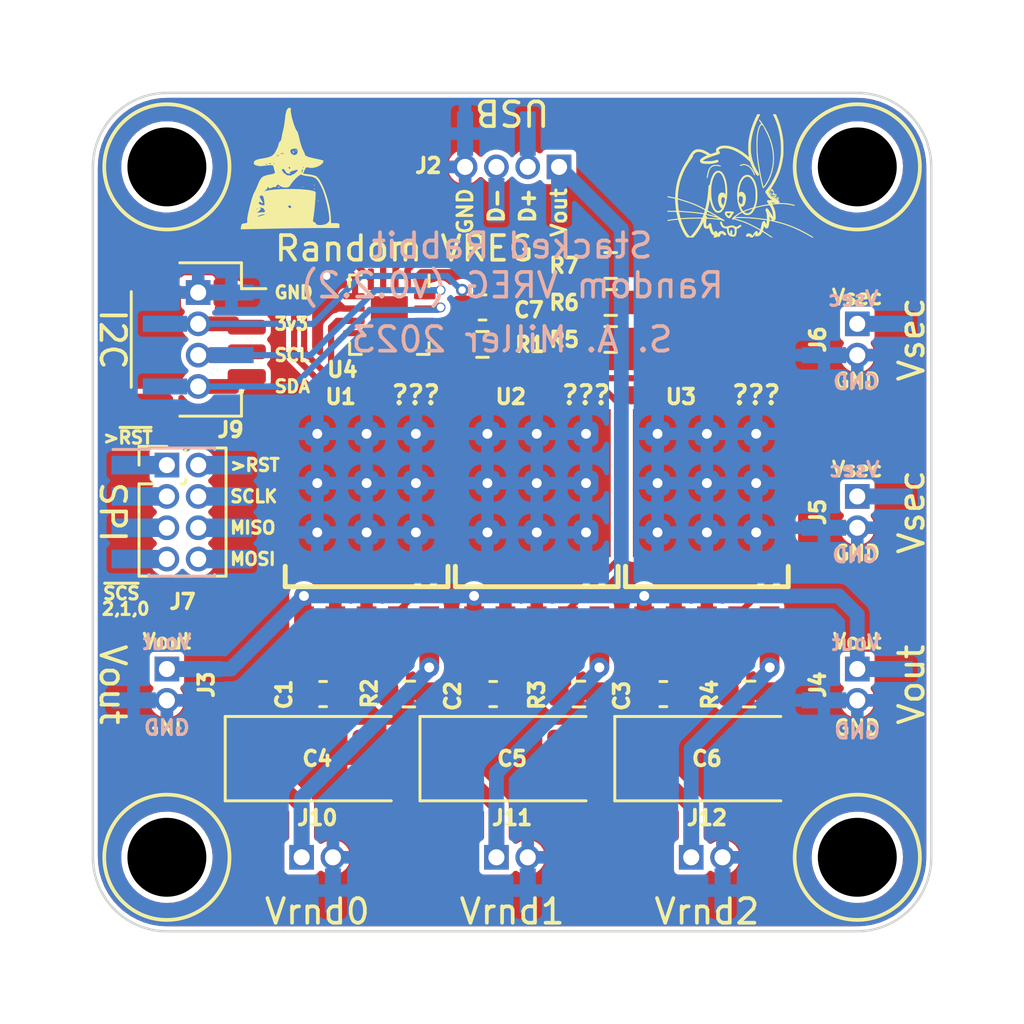
<source format=kicad_pcb>
(kicad_pcb (version 20211014) (generator pcbnew)
  (title_block (title "Random VREG") (rev "0.2.2") (company "The Nerd Mage"))
  (layers (0 "F.Cu" signal) (31 "B.Cu" signal) (34 "B.Paste" user) (35 "F.Paste" user) (36 "B.SilkS" user "B.Silkscreen") (37 "F.SilkS" user "F.Silkscreen") (38 "B.Mask" user) (39 "F.Mask" user) (44 "Edge.Cuts" user))
  (net 0 "")
  (net 1 "UD+")
  (net 2 "UD-")
  (net 3 "GND")
  (net 4 "Vout")
  (net 5 "SDA")
  (net 6 "SCL")
  (net 7 "RESET")
  (net 8 "~{RESET}")
  (net 9 "~{SCS}2")
  (net 10 "SCLK")
  (net 11 "~{SCS}1")
  (net 12 "MISO")
  (net 13 "Vcc?")
  (net 14 "~{SCS}0")
  (net 15 "MOSI")
  (net 16 "/Vrnd0")
  (net 17 "/Vrnd1")
  (net 18 "/Vrnd2")
  (net 21 "Net-(R1-Pad2)")
  (net 22 "A0")
  (net 23 "A1")
  (net 24 "A2")
  (net 27 "CE0")
  (net 28 "CE1")
  (net 29 "CE2")
  (footprint "Tinker:Mount" (layer "F.Cu") (at 114 114)
    (fp_text reference "REF**" hide)
    (fp_text value "Mount" hide)
    (pad "" np_thru_hole circle (at 0 0) (size 3.2 3.2) (drill 3.2) (layers *.Mask))
  )
  (footprint "Package_DFN_QFN:HVQFN-16-1EP_3x3mm_P0.5mm_EP1.5x1.5mm" (layer "F.Cu") (at 95.021966 91.994961 -90)
    (fp_text reference "U4" (at 2.228877 1.903528 180) (layer "F.SilkS") (effects (font (size 0.6 0.6))))
    (fp_text value "PCA9557BS")
    (pad "1" smd roundrect (at -1.4375 -0.75 270) (size 0.875 0.25) (layers "F.Cu" "F.Paste" "F.Mask") (net 22 "A0"))
    (pad "2" smd roundrect (at -1.4375 -0.25 270) (size 0.875 0.25) (layers "F.Cu" "F.Paste" "F.Mask") (net 23 "A1"))
    (pad "3" smd roundrect (at -1.4375 0.25 270) (size 0.875 0.25) (layers "F.Cu" "F.Paste" "F.Mask") (net 24 "A2"))
    (pad "4" smd roundrect (at -1.4375 0.75 270) (size 0.875 0.25) (layers "F.Cu" "F.Paste" "F.Mask") (net 27 "CE0"))
    (pad "5" smd roundrect (at -0.75 1.4375 270) (size 0.25 0.875) (layers "F.Cu" "F.Paste" "F.Mask") (net 28 "CE1"))
    (pad "6" smd roundrect (at -0.25 1.4375 270) (size 0.25 0.875) (layers "F.Cu" "F.Paste" "F.Mask") (net 3 "GND"))
    (pad "7" smd roundrect (at 0.25 1.4375 270) (size 0.25 0.875) (layers "F.Cu" "F.Paste" "F.Mask") (net 29 "CE2"))
    (pad "8" smd roundrect (at 0.75 1.4375 270) (size 0.25 0.875) (layers "F.Cu" "F.Paste" "F.Mask"))
    (pad "9" smd roundrect (at 1.4375 0.75 270) (size 0.875 0.25) (layers "F.Cu" "F.Paste" "F.Mask"))
    (pad "10" smd roundrect (at 1.4375 0.25 270) (size 0.875 0.25) (layers "F.Cu" "F.Paste" "F.Mask"))
    (pad "11" smd roundrect (at 1.4375 -0.25 270) (size 0.875 0.25) (layers "F.Cu" "F.Paste" "F.Mask"))
    (pad "12" smd roundrect (at 1.4375 -0.75 270) (size 0.875 0.25) (layers "F.Cu" "F.Paste" "F.Mask"))
    (pad "13" smd roundrect (at 0.75 -1.4375 270) (size 0.25 0.875) (layers "F.Cu" "F.Paste" "F.Mask") (net 21 "Net-(R1-Pad2)"))
    (pad "14" smd roundrect (at 0.25 -1.4375 270) (size 0.25 0.875) (layers "F.Cu" "F.Paste" "F.Mask") (net 13 "Vcc?"))
    (pad "15" smd roundrect (at -0.25 -1.4375 270) (size 0.25 0.875) (layers "F.Cu" "F.Paste" "F.Mask") (net 6 "SCL"))
    (pad "16" smd roundrect (at -0.75 -1.4375 270) (size 0.25 0.875) (layers "F.Cu" "F.Paste" "F.Mask") (net 5 "SDA"))
    (pad "17" smd rect (at 0 0 270) (size 1.5 1.5) (layers "F.Cu" "F.Mask"))
  )
  (footprint "Tinker:QWIIC_Stack_II" (layer "F.Cu") (at 87.27 93 -90)
    (fp_text reference "J9" (at 3.66372 -1.31156 180) (layer "F.SilkS") (effects (font (size 0.6 0.6))))
    (fp_text value "QWIIC_Stackable")
    (pad "1" smd rect (at -1.905 -1.35) (size 1.8 0.65) (layers "B.Cu" "B.Paste" "B.Mask") (net 3 "GND"))
    (pad "1" smd roundrect (at -1.5 -1.97 270) (size 0.6 1.55) (layers "F.Cu" "F.Paste" "F.Mask") (net 3 "GND"))
    (pad "1" thru_hole rect (at -1.905 0) (size 1 1) (drill 0.65) (layers *.Cu *.Mask) (net 3 "GND"))
    (pad "1" smd roundrect (at -1.905 -0.877656 270) (size 0.6 1.55) (layers "F.Cu" "F.Paste" "F.Mask") (net 3 "GND"))
    (pad "2" smd roundrect (at -0.5 -1.97 270) (size 0.6 1.55) (layers "F.Cu" "F.Paste" "F.Mask") (net 13 "Vcc?"))
    (pad "2" smd rect (at -0.635 1.35) (size 1.8 0.65) (layers "B.Cu" "B.Paste" "B.Mask") (net 13 "Vcc?"))
    (pad "2" thru_hole oval (at -0.635 0) (size 1 1) (drill 0.65) (layers *.Cu *.Mask) (net 13 "Vcc?"))
    (pad "2" smd roundrect (at -0.635 -0.877656 270) (size 0.6 1.55) (layers "F.Cu" "F.Paste" "F.Mask") (net 13 "Vcc?"))
    (pad "3" smd rect (at 0.635 -1.35) (size 1.8 0.65) (layers "B.Cu" "B.Paste" "B.Mask") (net 5 "SDA"))
    (pad "3" smd roundrect (at 0.5 -1.97 270) (size 0.6 1.55) (layers "F.Cu" "F.Paste" "F.Mask") (net 5 "SDA"))
    (pad "3" thru_hole oval (at 0.635 0) (size 1 1) (drill 0.65) (layers *.Cu *.Mask) (net 5 "SDA"))
    (pad "3" smd roundrect (at 0.635 -0.877656 270) (size 0.6 1.55) (layers "F.Cu" "F.Paste" "F.Mask") (net 5 "SDA"))
    (pad "4" smd rect (at 1.905 1.35) (size 1.8 0.65) (layers "B.Cu" "B.Paste" "B.Mask") (net 6 "SCL"))
    (pad "4" thru_hole oval (at 1.905 0) (size 1 1) (drill 0.65) (layers *.Cu *.Mask) (net 6 "SCL"))
    (pad "4" smd roundrect (at 1.5 -1.97 270) (size 0.6 1.55) (layers "F.Cu" "F.Paste" "F.Mask") (net 6 "SCL"))
    (pad "4" smd roundrect (at 1.905 -0.877656 270) (size 0.6 1.55) (layers "F.Cu" "F.Paste" "F.Mask") (net 6 "SCL"))
    (pad "MP" smd roundrect (at -2.8 1.905 270) (size 1.2 1.8) (layers "F.Cu" "F.Paste" "F.Mask") (roundrect_rratio 0.208333) (net 3 "GND"))
    (pad "MP" smd roundrect (at 2.8 1.905 270) (size 1.2 1.8) (layers "F.Cu" "F.Paste" "F.Mask") (roundrect_rratio 0.208333) (net 3 "GND"))
  )
  (footprint "Tinker:PinHeader_2x04_P1.27mm_Vertical" (layer "F.Cu") (at 86 98.095)
    (fp_text reference "J7" (at 0.635 5.537712 180) (layer "F.SilkS") (effects (font (size 0.6 0.6))))
    (fp_text value "Conn_01x08_Male" hide)
    (pad "1" smd rect (at -1.195 0) (size 2.1 0.75) (layers "B.Cu" "B.Paste" "B.Mask") (net 8 "~{RESET}"))
    (pad "1" thru_hole rect (at 0 0) (size 1 1) (drill 0.65) (layers *.Cu *.Mask) (net 8 "~{RESET}"))
    (pad "2" smd rect (at 2.405 0) (size 2.1 0.75) (layers "B.Cu" "B.Paste" "B.Mask") (net 7 "RESET"))
    (pad "2" thru_hole oval (at 1.27 0) (size 1 1) (drill 0.65) (layers *.Cu *.Mask) (net 7 "RESET"))
    (pad "3" smd rect (at -1.195 1.27) (size 2.1 0.75) (layers "B.Cu" "B.Paste" "B.Mask") (net 9 "~{SCS}2"))
    (pad "3" thru_hole oval (at 0 1.27) (size 1 1) (drill 0.65) (layers *.Cu *.Mask) (net 9 "~{SCS}2"))
    (pad "4" thru_hole oval (at 1.27 1.27) (size 1 1) (drill 0.65) (layers *.Cu *.Mask) (net 10 "SCLK"))
    (pad "4" smd rect (at 2.405 1.27) (size 2.1 0.75) (layers "B.Cu" "B.Paste" "B.Mask") (net 10 "SCLK"))
    (pad "5" thru_hole oval (at 0 2.54) (size 1 1) (drill 0.65) (layers *.Cu *.Mask) (net 11 "~{SCS}1"))
    (pad "5" smd rect (at -1.195 2.54) (size 2.1 0.75) (layers "B.Cu" "B.Paste" "B.Mask") (net 11 "~{SCS}1"))
    (pad "6" smd rect (at 2.405 2.54) (size 2.1 0.75) (layers "B.Cu" "B.Paste" "B.Mask") (net 12 "MISO"))
    (pad "6" thru_hole oval (at 1.27 2.54) (size 1 1) (drill 0.65) (layers *.Cu *.Mask) (net 12 "MISO"))
    (pad "7" smd rect (at -1.195 3.81) (size 2.1 0.75) (layers "B.Cu" "B.Paste" "B.Mask") (net 14 "~{SCS}0"))
    (pad "7" thru_hole oval (at 0 3.81) (size 1 1) (drill 0.65) (layers *.Cu *.Mask) (net 14 "~{SCS}0"))
    (pad "8" thru_hole oval (at 1.27 3.81) (size 1 1) (drill 0.65) (layers *.Cu *.Mask) (net 15 "MOSI"))
    (pad "8" smd rect (at 2.405 3.81) (size 2.1 0.75) (layers "B.Cu" "B.Paste" "B.Mask") (net 15 "MOSI"))
  )
  (footprint "Tinker:Mount" (layer "F.Cu") (at 86 114)
    (fp_text reference "REF**" hide)
    (fp_text value "Mount" hide)
    (pad "" np_thru_hole circle (at 0 0) (size 3.2 3.2) (drill 3.2) (layers *.Mask))
  )
  (footprint "Tinker:DagNabbit" (layer "F.Cu") (at 109 87)
    (fp_text reference "REF**" hide)
    (fp_text value "DagNabbit" hide)
  )
  (footprint "Tinker:R1501J033BT1JE" (layer "F.Cu") (at 101 101)
    (fp_text reference "U2" (at -1.052896 -5.677355) (layer "F.SilkS") (effects (font (size 0.6 0.6))))
    (fp_text value "R1501J033B-T1-JE" hide)
    (pad "1" smd rect (at -2.54 4.075) (size 0.8 2.5) (layers "F.Cu" "F.Paste" "F.Mask") (net 4 "Vout"))
    (pad "2" smd rect (at -1.27 4.075) (size 0.8 2.5) (layers "F.Cu" "F.Paste" "F.Mask") (net 3 "GND"))
    (pad "3" smd rect (at 0 4.075) (size 0.8 2.5) (layers "F.Cu" "F.Paste" "F.Mask") (net 3 "GND"))
    (pad "4" smd rect (at 1.27 4.075) (size 0.8 2.5) (layers "F.Cu" "F.Paste" "F.Mask") (net 28 "CE1"))
    (pad "5" smd rect (at 2.54 4.075) (size 0.8 2.5) (layers "F.Cu" "F.Paste" "F.Mask") (net 17 "/Vrnd1"))
    (pad "6" thru_hole roundrect (at 2 -2.175) (size 1 1) (drill 0.4) (layers *.Cu) (net 3 "GND"))
    (pad "6" thru_hole roundrect (at 2 -4.175) (size 1 1) (drill 0.4) (layers *.Cu) (net 3 "GND"))
    (pad "6" thru_hole roundrect (at 2 -0.175) (size 1 1) (drill 0.4) (layers *.Cu) (net 3 "GND"))
    (pad "6" thru_hole roundrect (at -2 -0.175) (size 1 1) (drill 0.4) (layers *.Cu) (net 3 "GND"))
    (pad "6" thru_hole roundrect (at -2 -2.175) (size 1 1) (drill 0.4) (layers *.Cu) (net 3 "GND"))
    (pad "6" thru_hole roundrect (at 0 -4.175) (size 1 1) (drill 0.4) (layers *.Cu) (net 3 "GND"))
    (pad "6" smd rect (at 0 -2.175) (size 6 6) (layers "F.Cu" "F.Paste" "F.Mask") (net 3 "GND"))
    (pad "6" thru_hole roundrect (at 0 -2.175) (size 1 1) (drill 0.4) (layers *.Cu) (net 3 "GND"))
    (pad "6" thru_hole roundrect (at 0 -0.175) (size 1 1) (drill 0.4) (layers *.Cu) (net 3 "GND"))
    (pad "6" thru_hole roundrect (at -2 -4.175) (size 1 1) (drill 0.4) (layers *.Cu) (net 3 "GND"))
  )
  (footprint "Tinker:CP_EIA-6032-28-Tantalumm_HandSolder" (layer "F.Cu") (at 100 110)
    (fp_text reference "C5" (at 0 0) (layer "F.SilkS") (effects (font (size 0.6 0.6))))
    (fp_text value "22uf" hide)
    (pad "1" smd roundrect (at -2.55 0) (size 2.25 2.35) (layers "F.Cu" "F.Paste" "F.Mask") (roundrect_rratio 0.111111) (net 17 "/Vrnd1"))
    (pad "2" smd roundrect (at 2.55 0) (size 2.25 2.35) (layers "F.Cu" "F.Paste" "F.Mask") (roundrect_rratio 0.111111) (net 3 "GND"))
  )
  (footprint "Tinker:Board_Stacker_2" (layer "F.Cu") (at 114 106.365)
    (fp_text reference "J4" (at -1.6 0.635 90) (layer "F.SilkS") (effects (font (size 0.6 0.6))))
    (fp_text value "Conn_01x02_Male")
    (pad "1" thru_hole rect (at 0 0) (size 1 1) (drill 0.65) (layers *.Cu *.Mask) (net 4 "Vout"))
    (pad "1" smd rect (at 1.35 0) (size 1.8 0.65) (layers "B.Cu" "B.Paste" "B.Mask") (net 4 "Vout"))
    (pad "2" thru_hole oval (at 0 1.27) (size 1 1) (drill 0.65) (layers *.Cu *.Mask) (net 3 "GND"))
    (pad "2" smd rect (at -1.35 1.27) (size 1.8 0.65) (layers "B.Cu" "B.Paste" "B.Mask") (net 3 "GND"))
  )
  (footprint "Resistor_SMD:R_0603_1608Metric" (layer "F.Cu") (at 102.715 107.379843)
    (fp_text reference "R3" (at -1.710251 0.035784 90) (layer "F.SilkS") (effects (font (size 0.6 0.6))))
    (fp_text value "10K")
    (pad "1" smd roundrect (at -0.825 0) (size 0.8 0.95) (layers "F.Cu" "F.Paste" "F.Mask") (net 28 "CE1"))
    (pad "2" smd roundrect (at 0.825 0) (size 0.8 0.95) (layers "F.Cu" "F.Paste" "F.Mask") (net 3 "GND"))
  )
  (footprint "Tinker:Mount" (layer "F.Cu") (at 114 86)
    (fp_text reference "REF**" hide)
    (fp_text value "Mount" hide)
    (pad "" np_thru_hole circle (at 0 0) (size 3.2 3.2) (drill 3.2) (layers *.Mask))
  )
  (footprint "Tinker:Board_Stacker_4" (layer "F.Cu") (at 101.905 86 -90)
    (fp_text reference "J2" (at -0.04973 5.299343) (layer "F.SilkS") (effects (font (size 0.6 0.6))))
    (fp_text value "Conn_01x04_Male")
    (pad "1" smd rect (at 1.35 0 270) (size 1.8 0.65) (layers "B.Cu" "B.Paste" "B.Mask") (net 4 "Vout"))
    (pad "1" thru_hole rect (at 0 0 270) (size 1 1) (drill 0.65) (layers *.Cu *.Mask) (net 4 "Vout"))
    (pad "2" thru_hole oval (at 0 1.27 270) (size 1 1) (drill 0.65) (layers *.Cu *.Mask) (net 1 "UD+"))
    (pad "2" smd rect (at -1.35 1.27 270) (size 1.8 0.65) (layers "B.Cu" "B.Paste" "B.Mask") (net 1 "UD+"))
    (pad "3" thru_hole oval (at 0 2.54 270) (size 1 1) (drill 0.65) (layers *.Cu *.Mask) (net 2 "UD-"))
    (pad "3" smd rect (at 1.35 2.54 270) (size 1.8 0.65) (layers "B.Cu" "B.Paste" "B.Mask") (net 2 "UD-"))
    (pad "4" thru_hole oval (at 0 3.81 270) (size 1 1) (drill 0.65) (layers *.Cu *.Mask) (net 3 "GND"))
    (pad "4" smd rect (at -1.35 3.81 270) (size 1.8 0.65) (layers "B.Cu" "B.Paste" "B.Mask") (net 3 "GND"))
  )
  (footprint "Tinker:Board_Stacker_2" (layer "F.Cu") (at 86 106.365)
    (fp_text reference "J3" (at 1.6 0.635 90) (layer "F.SilkS") (effects (font (size 0.6 0.6))))
    (fp_text value "Conn_01x02_Male")
    (pad "1" smd rect (at 1.35 0) (size 1.8 0.65) (layers "B.Cu" "B.Paste" "B.Mask") (net 4 "Vout"))
    (pad "1" thru_hole rect (at 0 0) (size 1 1) (drill 0.65) (layers *.Cu *.Mask) (net 4 "Vout"))
    (pad "2" smd rect (at -1.35 1.27) (size 1.8 0.65) (layers "B.Cu" "B.Paste" "B.Mask") (net 3 "GND"))
    (pad "2" thru_hole oval (at 0 1.27) (size 1 1) (drill 0.65) (layers *.Cu *.Mask) (net 3 "GND"))
  )
  (footprint "Tinker:Board_Stacker_2" (layer "F.Cu") (at 107.265 114 90)
    (fp_text reference "J12" (at 1.6 0.635) (layer "F.SilkS") (effects (font (size 0.6 0.6))))
    (fp_text value "Conn_01x02_Male")
    (pad "1" smd rect (at 1.35 0 90) (size 1.8 0.65) (layers "B.Cu" "B.Paste" "B.Mask") (net 16 "/Vrnd0"))
    (pad "1" thru_hole rect (at 0 0 90) (size 1 1) (drill 0.65) (layers *.Cu *.Mask) (net 16 "/Vrnd0"))
    (pad "2" smd rect (at -1.35 1.27 90) (size 1.8 0.65) (layers "B.Cu" "B.Paste" "B.Mask") (net 3 "GND"))
    (pad "2" thru_hole oval (at 0 1.27 90) (size 1 1) (drill 0.65) (layers *.Cu *.Mask) (net 3 "GND"))
  )
  (footprint "Tinker:R1501J033BT1JE" (layer "F.Cu") (at 94.1 101)
    (fp_text reference "U1" (at -1.052896 -5.677355) (layer "F.SilkS") (effects (font (size 0.6 0.6))))
    (fp_text value "R1501J033B-T1-JE" hide)
    (pad "1" smd rect (at -2.54 4.075) (size 0.8 2.5) (layers "F.Cu" "F.Paste" "F.Mask") (net 4 "Vout"))
    (pad "2" smd rect (at -1.27 4.075) (size 0.8 2.5) (layers "F.Cu" "F.Paste" "F.Mask") (net 3 "GND"))
    (pad "3" smd rect (at 0 4.075) (size 0.8 2.5) (layers "F.Cu" "F.Paste" "F.Mask") (net 3 "GND"))
    (pad "4" smd rect (at 1.27 4.075) (size 0.8 2.5) (layers "F.Cu" "F.Paste" "F.Mask") (net 27 "CE0"))
    (pad "5" smd rect (at 2.54 4.075) (size 0.8 2.5) (layers "F.Cu" "F.Paste" "F.Mask") (net 18 "/Vrnd2"))
    (pad "6" thru_hole roundrect (at 0 -0.175) (size 1 1) (drill 0.4) (layers *.Cu) (net 3 "GND"))
    (pad "6" thru_hole roundrect (at 2 -2.175) (size 1 1) (drill 0.4) (layers *.Cu) (net 3 "GND"))
    (pad "6" thru_hole roundrect (at 2 -0.175) (size 1 1) (drill 0.4) (layers *.Cu) (net 3 "GND"))
    (pad "6" thru_hole roundrect (at 0 -2.175) (size 1 1) (drill 0.4) (layers *.Cu) (net 3 "GND"))
    (pad "6" thru_hole roundrect (at -2 -0.175) (size 1 1) (drill 0.4) (layers *.Cu) (net 3 "GND"))
    (pad "6" thru_hole roundrect (at 0 -4.175) (size 1 1) (drill 0.4) (layers *.Cu) (net 3 "GND"))
    (pad "6" smd rect (at 0 -2.175) (size 6 6) (layers "F.Cu" "F.Paste" "F.Mask") (net 3 "GND"))
    (pad "6" thru_hole roundrect (at -2 -2.175) (size 1 1) (drill 0.4) (layers *.Cu) (net 3 "GND"))
    (pad "6" thru_hole roundrect (at 2 -4.175) (size 1 1) (drill 0.4) (layers *.Cu) (net 3 "GND"))
    (pad "6" thru_hole roundrect (at -2 -4.175) (size 1 1) (drill 0.4) (layers *.Cu) (net 3 "GND"))
  )
  (footprint "Tinker:Board_Stacker_2" (layer "F.Cu") (at 91.465 114 90)
    (fp_text reference "J10" (at 1.6 0.635) (layer "F.SilkS") (effects (font (size 0.6 0.6))))
    (fp_text value "Conn_01x02_Male")
    (pad "1" smd rect (at 1.35 0 90) (size 1.8 0.65) (layers "B.Cu" "B.Paste" "B.Mask") (net 18 "/Vrnd2"))
    (pad "1" thru_hole rect (at 0 0 90) (size 1 1) (drill 0.65) (layers *.Cu *.Mask) (net 18 "/Vrnd2"))
    (pad "2" smd rect (at -1.35 1.27 90) (size 1.8 0.65) (layers "B.Cu" "B.Paste" "B.Mask") (net 3 "GND"))
    (pad "2" thru_hole oval (at 0 1.27 90) (size 1 1) (drill 0.65) (layers *.Cu *.Mask) (net 3 "GND"))
  )
  (footprint "Tinker:CP_EIA-6032-28-Tantalumm_HandSolder" (layer "F.Cu") (at 107.9 110)
    (fp_text reference "C6" (at 0 0) (layer "F.SilkS") (effects (font (size 0.6 0.6))))
    (fp_text value "22uf" hide)
    (pad "1" smd roundrect (at -2.55 0) (size 2.25 2.35) (layers "F.Cu" "F.Paste" "F.Mask") (roundrect_rratio 0.111111) (net 16 "/Vrnd0"))
    (pad "2" smd roundrect (at 2.55 0) (size 2.25 2.35) (layers "F.Cu" "F.Paste" "F.Mask") (roundrect_rratio 0.111111) (net 3 "GND"))
  )
  (footprint "Tinker:Board_Stacker_2" (layer "F.Cu") (at 114 92.365)
    (fp_text reference "J6" (at -1.6 0.635 90) (layer "F.SilkS") (effects (font (size 0.6 0.6))))
    (fp_text value "Conn_01x02_Male")
    (pad "1" thru_hole rect (at 0 0) (size 1 1) (drill 0.65) (layers *.Cu *.Mask))
    (pad "1" smd rect (at 1.35 0) (size 1.8 0.65) (layers "B.Cu" "B.Paste" "B.Mask"))
    (pad "2" smd rect (at -1.35 1.27) (size 1.8 0.65) (layers "B.Cu" "B.Paste" "B.Mask") (net 3 "GND"))
    (pad "2" thru_hole oval (at 0 1.27) (size 1 1) (drill 0.65) (layers *.Cu *.Mask) (net 3 "GND"))
  )
  (footprint "Resistor_SMD:R_0603_1608Metric" (layer "F.Cu") (at 98.8 93.2 180)
    (fp_text reference "R1" (at -1.925951 -0.008514) (layer "F.SilkS") (effects (font (size 0.6 0.6))))
    (fp_text value "10K")
    (pad "1" smd roundrect (at -0.825 0 180) (size 0.8 0.95) (layers "F.Cu" "F.Paste" "F.Mask") (net 13 "Vcc?"))
    (pad "2" smd roundrect (at 0.825 0 180) (size 0.8 0.95) (layers "F.Cu" "F.Paste" "F.Mask") (net 21 "Net-(R1-Pad2)"))
  )
  (footprint "Resistor_SMD:R_0603_1608Metric" (layer "F.Cu") (at 104 90)
    (fp_text reference "R7" (at -1.8852 0.005107) (layer "F.SilkS") (effects (font (size 0.6 0.6))))
    (fp_text value "10K")
    (pad "1" smd roundrect (at -0.825 0) (size 0.8 0.95) (layers "F.Cu" "F.Paste" "F.Mask") (net 24 "A2"))
    (pad "2" smd roundrect (at 0.825 0) (size 0.8 0.95) (layers "F.Cu" "F.Paste" "F.Mask") (net 3 "GND"))
  )
  (footprint "Tinker:Board_Stacker_2" (layer "F.Cu") (at 114 99.365)
    (fp_text reference "J5" (at -1.6 0.635 90) (layer "F.SilkS") (effects (font (size 0.6 0.6))))
    (fp_text value "Conn_01x02_Male")
    (pad "1" smd rect (at 1.35 0) (size 1.8 0.65) (layers "B.Cu" "B.Paste" "B.Mask"))
    (pad "1" thru_hole rect (at 0 0) (size 1 1) (drill 0.65) (layers *.Cu *.Mask))
    (pad "2" thru_hole oval (at 0 1.27) (size 1 1) (drill 0.65) (layers *.Cu *.Mask) (net 3 "GND"))
    (pad "2" smd rect (at -1.35 1.27) (size 1.8 0.65) (layers "B.Cu" "B.Paste" "B.Mask") (net 3 "GND"))
  )
  (footprint "Tinker:Mount" (layer "F.Cu") (at 86 86)
    (fp_text reference "REF**" hide)
    (fp_text value "Mount" hide)
    (pad "" np_thru_hole circle (at 0 0) (size 3.2 3.2) (drill 3.2) (layers *.Mask))
  )
  (footprint "Tinker:NerdMage" (layer "F.Cu") (at 91 86)
    (fp_text reference "G***" hide)
    (fp_text value "LOGO" hide)
  )
  (footprint "Capacitor_SMD:C_0603_1608Metric" (layer "F.Cu") (at 98.8 91.7)
    (fp_text reference "C7" (at 1.882492 0.104583) (layer "F.SilkS") (effects (font (size 0.6 0.6))))
    (fp_text value "100nf")
    (pad "1" smd roundrect (at -0.775 0) (size 0.9 0.95) (layers "F.Cu" "F.Paste" "F.Mask") (net 13 "Vcc?"))
    (pad "2" smd roundrect (at 0.775 0) (size 0.9 0.95) (layers "F.Cu" "F.Paste" "F.Mask") (net 3 "GND"))
  )
  (footprint "Tinker:CP_EIA-6032-28-Tantalumm_HandSolder" (layer "F.Cu") (at 92.1 110)
    (fp_text reference "C4" (at 0 0) (layer "F.SilkS") (effects (font (size 0.6 0.6))))
    (fp_text value "22uf" hide)
    (pad "1" smd roundrect (at -2.55 0) (size 2.25 2.35) (layers "F.Cu" "F.Paste" "F.Mask") (roundrect_rratio 0.111111) (net 18 "/Vrnd2"))
    (pad "2" smd roundrect (at 2.55 0) (size 2.25 2.35) (layers "F.Cu" "F.Paste" "F.Mask") (roundrect_rratio 0.111111) (net 3 "GND"))
  )
  (footprint "Resistor_SMD:R_0603_1608Metric" (layer "F.Cu") (at 104 91.5)
    (fp_text reference "R6" (at -1.8852 0.005107) (layer "F.SilkS") (effects (font (size 0.6 0.6))))
    (fp_text value "10K")
    (pad "1" smd roundrect (at -0.825 0) (size 0.8 0.95) (layers "F.Cu" "F.Paste" "F.Mask") (net 23 "A1"))
    (pad "2" smd roundrect (at 0.825 0) (size 0.8 0.95) (layers "F.Cu" "F.Paste" "F.Mask") (net 3 "GND"))
  )
  (footprint "Capacitor_SMD:C_0603_1608Metric" (layer "F.Cu") (at 99.235 107.379843)
    (fp_text reference "C2" (at -1.639256 0.078044 90) (layer "F.SilkS") (effects (font (size 0.6 0.6))))
    (fp_text value "1.0uF")
    (pad "1" smd roundrect (at -0.775 0) (size 0.9 0.95) (layers "F.Cu" "F.Paste" "F.Mask") (net 4 "Vout"))
    (pad "2" smd roundrect (at 0.775 0) (size 0.9 0.95) (layers "F.Cu" "F.Paste" "F.Mask") (net 3 "GND"))
  )
  (footprint "Tinker:Board_Stacker_2" (layer "F.Cu") (at 99.365 114 90)
    (fp_text reference "J11" (at 1.6 0.635) (layer "F.SilkS") (effects (font (size 0.6 0.6))))
    (fp_text value "Conn_01x02_Male")
    (pad "1" smd rect (at 1.35 0 90) (size 1.8 0.65) (layers "B.Cu" "B.Paste" "B.Mask") (net 17 "/Vrnd1"))
    (pad "1" thru_hole rect (at 0 0 90) (size 1 1) (drill 0.65) (layers *.Cu *.Mask) (net 17 "/Vrnd1"))
    (pad "2" smd rect (at -1.35 1.27 90) (size 1.8 0.65) (layers "B.Cu" "B.Paste" "B.Mask") (net 3 "GND"))
    (pad "2" thru_hole oval (at 0 1.27 90) (size 1 1) (drill 0.65) (layers *.Cu *.Mask) (net 3 "GND"))
  )
  (footprint "Resistor_SMD:R_0603_1608Metric" (layer "F.Cu") (at 95.815 107.379843)
    (fp_text reference "R2" (at -1.600893 -0.024901 90) (layer "F.SilkS") (effects (font (size 0.6 0.6))))
    (fp_text value "10K")
    (pad "1" smd roundrect (at -0.825 0) (size 0.8 0.95) (layers "F.Cu" "F.Paste" "F.Mask") (net 27 "CE0"))
    (pad "2" smd roundrect (at 0.825 0) (size 0.8 0.95) (layers "F.Cu" "F.Paste" "F.Mask") (net 3 "GND"))
  )
  (footprint "Tinker:R1501J033BT1JE" (layer "F.Cu") (at 107.9 101)
    (fp_text reference "U3" (at -1.052896 -5.677355) (layer "F.SilkS") (effects (font (size 0.6 0.6))))
    (fp_text value "R1501J033B-T1-JE" hide)
    (pad "1" smd rect (at -2.54 4.075) (size 0.8 2.5) (layers "F.Cu" "F.Paste" "F.Mask") (net 4 "Vout"))
    (pad "2" smd rect (at -1.27 4.075) (size 0.8 2.5) (layers "F.Cu" "F.Paste" "F.Mask") (net 3 "GND"))
    (pad "3" smd rect (at 0 4.075) (size 0.8 2.5) (layers "F.Cu" "F.Paste" "F.Mask") (net 3 "GND"))
    (pad "4" smd rect (at 1.27 4.075) (size 0.8 2.5) (layers "F.Cu" "F.Paste" "F.Mask") (net 29 "CE2"))
    (pad "5" smd rect (at 2.54 4.075) (size 0.8 2.5) (layers "F.Cu" "F.Paste" "F.Mask") (net 16 "/Vrnd0"))
    (pad "6" thru_hole roundrect (at 2 -4.175) (size 1 1) (drill 0.4) (layers *.Cu) (net 3 "GND"))
    (pad "6" thru_hole roundrect (at -2 -4.175) (size 1 1) (drill 0.4) (layers *.Cu) (net 3 "GND"))
    (pad "6" thru_hole roundrect (at 0 -4.175) (size 1 1) (drill 0.4) (layers *.Cu) (net 3 "GND"))
    (pad "6" thru_hole roundrect (at -2 -2.175) (size 1 1) (drill 0.4) (layers *.Cu) (net 3 "GND"))
    (pad "6" thru_hole roundrect (at 2 -2.175) (size 1 1) (drill 0.4) (layers *.Cu) (net 3 "GND"))
    (pad "6" smd rect (at 0 -2.175) (size 6 6) (layers "F.Cu" "F.Paste" "F.Mask") (net 3 "GND"))
    (pad "6" thru_hole roundrect (at -2 -0.175) (size 1 1) (drill 0.4) (layers *.Cu) (net 3 "GND"))
    (pad "6" thru_hole roundrect (at 0 -0.175) (size 1 1) (drill 0.4) (layers *.Cu) (net 3 "GND"))
    (pad "6" thru_hole roundrect (at 0 -2.175) (size 1 1) (drill 0.4) (layers *.Cu) (net 3 "GND"))
    (pad "6" thru_hole roundrect (at 2 -0.175) (size 1 1) (drill 0.4) (layers *.Cu) (net 3 "GND"))
  )
  (footprint "Capacitor_SMD:C_0603_1608Metric" (layer "F.Cu") (at 106.135 107.379843)
    (fp_text reference "C3" (at -1.687126 0.071481 90) (layer "F.SilkS") (effects (font (size 0.6 0.6))))
    (fp_text value "1.0uF")
    (pad "1" smd roundrect (at -0.775 0) (size 0.9 0.95) (layers "F.Cu" "F.Paste" "F.Mask") (net 4 "Vout"))
    (pad "2" smd roundrect (at 0.775 0) (size 0.9 0.95) (layers "F.Cu" "F.Paste" "F.Mask") (net 3 "GND"))
  )
  (footprint "Capacitor_SMD:C_0603_1608Metric" (layer "F.Cu") (at 92.335 107.379843)
    (fp_text reference "C1" (at -1.583107 0.017609 90) (layer "F.SilkS") (effects (font (size 0.6 0.6))))
    (fp_text value "1.0uF")
    (pad "1" smd roundrect (at -0.775 0) (size 0.9 0.95) (layers "F.Cu" "F.Paste" "F.Mask") (net 4 "Vout"))
    (pad "2" smd roundrect (at 0.775 0) (size 0.9 0.95) (layers "F.Cu" "F.Paste" "F.Mask") (net 3 "GND"))
  )
  (footprint "Resistor_SMD:R_0603_1608Metric" (layer "F.Cu") (at 104 93)
    (fp_text reference "R5" (at -1.8852 0.005107) (layer "F.SilkS") (effects (font (size 0.6 0.6))))
    (fp_text value "10K")
    (pad "1" smd roundrect (at -0.825 0) (size 0.8 0.95) (layers "F.Cu" "F.Paste" "F.Mask") (net 22 "A0"))
    (pad "2" smd roundrect (at 0.825 0) (size 0.8 0.95) (layers "F.Cu" "F.Paste" "F.Mask") (net 3 "GND"))
  )
  (footprint "Resistor_SMD:R_0603_1608Metric" (layer "F.Cu") (at 109.615 107.379843)
    (fp_text reference "R4" (at -1.59678 0.024412 90) (layer "F.SilkS") (effects (font (size 0.6 0.6))))
    (fp_text value "10K")
    (pad "1" smd roundrect (at -0.825 0) (size 0.8 0.95) (layers "F.Cu" "F.Paste" "F.Mask") (net 29 "CE2"))
    (pad "2" smd roundrect (at 0.825 0) (size 0.8 0.95) (layers "F.Cu" "F.Paste" "F.Mask") (net 3 "GND"))
  )
  (gr_line (start 117 86) (end 117 114) (layer "Edge.Cuts") (width 0.1))
  (gr_arc (start 86 117) (mid 83.87868 116.12132) (end 83 114) (layer "Edge.Cuts") (width 0.1))
  (gr_arc (start 83 86) (mid 83.87868 83.87868) (end 86 83) (layer "Edge.Cuts") (width 0.1))
  (gr_line (start 86 83) (end 114 83) (layer "Edge.Cuts") (width 0.1))
  (gr_line (start 83 114) (end 83 86) (layer "Edge.Cuts") (width 0.1))
  (gr_arc (start 114 83) (mid 116.12132 83.87868) (end 117 86) (layer "Edge.Cuts") (width 0.1))
  (gr_line (start 86 117) (end 114 117) (layer "Edge.Cuts") (width 0.1))
  (gr_arc (start 117 114) (mid 116.12132 116.12132) (end 114 117) (layer "Edge.Cuts") (width 0.1))
  (gr_text "Stacked Rabbit\n${TITLE} (v${REVISION})" (at 100 90) (layer "B.SilkS") (effects (font (size 1 1)) (justify mirror)))
  (gr_text "GND" (at 113.911636 101.744492) (layer "B.SilkS") (effects (font (size 0.6 0.6) (thickness 0.125)) (justify mirror)))
  (gr_text "Vsec" (at 113.872799 98.268635) (layer "B.SilkS") (effects (font (size 0.6 0.6) (thickness 0.125)) (justify mirror)))
  (gr_text "Vsec" (at 113.830179 91.346308) (layer "B.SilkS") (effects (font (size 0.6 0.6) (thickness 0.125)) (justify mirror)))
  (gr_text "GND" (at 113.997176 108.89197) (layer "B.SilkS") (effects (font (size 0.6 0.6) (thickness 0.125)) (justify mirror)))
  (gr_text "Vout" (at 113.950572 105.303488) (layer "B.SilkS") (effects (font (size 0.6 0.6) (thickness 0.125)) (justify mirror)))
  (gr_text "GND" (at 85.995908 108.747728) (layer "B.SilkS") (effects (font (size 0.6 0.6) (thickness 0.125)) (justify mirror)))
  (gr_text "Vout" (at 86.009393 105.268635) (layer "B.SilkS") (effects (font (size 0.6 0.6) (thickness 0.125)) (justify mirror)))
  (gr_text "GND" (at 113.946688 94.725074) (layer "B.SilkS") (effects (font (size 0.6 0.6) (thickness 0.125)) (justify mirror)))
  (gr_text "S. A. Miller 2023" (at 100 93) (layer "B.SilkS") (effects (font (size 1 1)) (justify mirror)))
  (gr_text "GND" (at 90.3 91.095) (layer "F.SilkS") (effects (font (size 0.5 0.5) (thickness 0.125)) (justify left)))
  (gr_text "???" (at 103 95.256368) (layer "F.SilkS") (effects (font (size 0.75 0.75))))
  (gr_text "GND" (at 86 108.745) (layer "F.SilkS") (effects (font (size 0.6 0.6) (thickness 0.125))))
  (gr_text "Vrnd0" (at 92.1 116.2) (layer "F.SilkS") (effects (font (size 1 1))))
  (gr_text "GND" (at 114 94.685) (layer "F.SilkS") (effects (font (size 0.6 0.6) (thickness 0.125))))
  (gr_text "Vout" (at 116.2 107 90) (layer "F.SilkS") (effects (font (size 1 1))))
  (gr_text "USB" (at 100 83.8 180) (layer "F.SilkS") (effects (font (size 1 1))))
  (gr_text "Vsec" (at 114 98.265) (layer "F.SilkS") (effects (font (size 0.6 0.6) (thickness 0.125))))
  (gr_text ">~{RST}" (at 83.347793 96.981303) (layer "F.SilkS") (effects (font (size 0.5 0.5) (thickness 0.125)) (justify left)))
  (gr_text "MISO" (at 88.5 100.635) (layer "F.SilkS") (effects (font (size 0.5 0.5) (thickness 0.125)) (justify left)))
  (gr_text "Vout" (at 114 105.245) (layer "F.SilkS") (effects (font (size 0.6 0.6) (thickness 0.125))))
  (gr_text "Vout" (at 86 105.245) (layer "F.SilkS") (effects (font (size 0.6 0.6) (thickness 0.125))))
  (gr_text "D-" (at 99.365 86.8 90) (layer "F.SilkS") (effects (font (size 0.6 0.6)) (justify right)))
  (gr_text "???" (at 96.1 95.256368) (layer "F.SilkS") (effects (font (size 0.75 0.75))))
  (gr_text "GND" (at 98.095 86.8 90) (layer "F.SilkS") (effects (font (size 0.6 0.6) (thickness 0.125)) (justify right)))
  (gr_text "Vrnd1" (at 100 116.2) (layer "F.SilkS") (effects (font (size 1 1))))
  (gr_text "I2C" (at 83.8 93 -90) (layer "F.SilkS") (effects (font (size 1 1))))
  (gr_text "SDA" (at 90.3 94.905) (layer "F.SilkS") (effects (font (size 0.5 0.5) (thickness 0.125)) (justify left)))
  (gr_text ">RST" (at 88.5 98.095) (layer "F.SilkS") (effects (font (size 0.5 0.5) (thickness 0.125)) (justify left)))
  (gr_text "3v3" (at 90.3 92.365) (layer "F.SilkS") (effects (font (size 0.5 0.5) (thickness 0.125)) (justify left)))
  (gr_text "Vrnd2" (at 107.9 116.2) (layer "F.SilkS") (effects (font (size 1 1))))
  (gr_text "GND" (at 114 108.745) (layer "F.SilkS") (effects (font (size 0.6 0.6) (thickness 0.125))))
  (gr_text "SCLK" (at 88.5 99.365) (layer "F.SilkS") (effects (font (size 0.5 0.5) (thickness 0.125)) (justify left)))
  (gr_text "2,1,0" (at 84.327951 103.926161) (layer "F.SilkS") (effects (font (size 0.5 0.5) (thickness 0.125))))
  (gr_text "SPI" (at 83.8 100 -90) (layer "F.SilkS") (effects (font (size 1 1))))
  (gr_text "Vsec" (at 116.2 93 90) (layer "F.SilkS") (effects (font (size 1 1))))
  (gr_text "Vsec" (at 114 91.285) (layer "F.SilkS") (effects (font (size 0.6 0.6) (thickness 0.125))))
  (gr_text "SCL" (at 90.3 93.635) (layer "F.SilkS") (effects (font (size 0.5 0.5) (thickness 0.125)) (justify left)))
  (gr_text "???" (at 109.9 95.256368) (layer "F.SilkS") (effects (font (size 0.75 0.75))))
  (gr_text "GND" (at 114 101.665) (layer "F.SilkS") (effects (font (size 0.6 0.6) (thickness 0.125))))
  (gr_text "${TITLE}" (at 95.626174 89.312177) (layer "F.SilkS") (effects (font (size 1 1))))
  (gr_text "Vsec" (at 116.2 100 90) (layer "F.SilkS") (effects (font (size 1 1))))
  (gr_text "~{SCS}" (at 83.347793 103.30044) (layer "F.SilkS") (effects (font (size 0.5 0.5) (thickness 0.125)) (justify left)))
  (gr_text "Vout" (at 101.905 86.8 90) (layer "F.SilkS") (effects (font (size 0.6 0.6) (thickness 0.125)) (justify right)))
  (gr_text "D+" (at 100.635 86.8 90) (layer "F.SilkS") (effects (font (size 0.6 0.6)) (justify right)))
  (gr_text "Vout" (at 83.8 107 -90) (layer "F.SilkS") (effects (font (size 1 1))))
  (gr_text "MOSI" (at 88.5 101.905) (layer "F.SilkS") (effects (font (size 0.5 0.5) (thickness 0.125)) (justify left)))
  (segment (start 99.73 105.075) (end 99.73 107.099843) (width 0.25) (layer "F.Cu") (net 3))
  (segment (start 94.1 106.575) (end 93.295157 107.379843) (width 0.25) (layer "F.Cu") (net 3))
  (segment (start 94.1 105.075) (end 94.1 106.575) (width 0.25) (layer "F.Cu") (net 3))
  (segment (start 92.481737 90.43189) (end 92.481737 91.057029) (width 0.25) (layer "F.Cu") (net 3))
  (segment (start 92.481737 91.057029) (end 93.169669 91.744961) (width 0.25) (layer "F.Cu") (net 3))
  (segment (start 92.83 105.075) (end 92.83 107.099843) (width 0.25) (layer "F.Cu") (net 3))
  (segment (start 93.295157 107.379843) (end 93.11 107.379843) (width 0.25) (layer "F.Cu") (net 3))
  (segment (start 106.63 105.075) (end 106.63 107.099843) (width 0.25) (layer "F.Cu") (net 3))
  (segment (start 93.169669 91.744961) (end 93.584466 91.744961) (width 0.25) (layer "F.Cu") (net 3))
  (segment (start 92.83 107.099843) (end 93.11 107.379843) (width 0.25) (layer "F.Cu") (net 3))
  (segment (start 101 106.389843) (end 100.01 107.379843) (width 0.25) (layer "F.Cu") (net 3))
  (segment (start 107.9 106.389843) (end 106.91 107.379843) (width 0.25) (layer "F.Cu") (net 3))
  (segment (start 101 105.075) (end 101 106.389843) (width 0.25) (layer "F.Cu") (net 3))
  (segment (start 106.63 107.099843) (end 106.91 107.379843) (width 0.25) (layer "F.Cu") (net 3))
  (segment (start 107.9 105.075) (end 107.9 106.389843) (width 0.25) (layer "F.Cu") (net 3))
  (segment (start 99.73 107.099843) (end 100.01 107.379843) (width 0.25) (layer "F.Cu") (net 3))
  (via (at 92.481737 90.43189) (size 0.5) (drill 0.3) (layers "F.Cu" "B.Cu") (net 3))
  (segment (start 98.46 105.075) (end 98.46 103.4) (width 0.6) (layer "F.Cu") (net 4))
  (segment (start 105.36 107.379843) (end 105.36 106.365) (width 0.6) (layer "F.Cu") (net 4))
  (segment (start 91.56 105.075) (end 91.56 103.4) (width 0.6) (layer "F.Cu") (net 4))
  (segment (start 91.56 107.379843) (end 91.56 106.365) (width 0.6) (layer "F.Cu") (net 4))
  (segment (start 98.46 107.379843) (end 98.46 106.365) (width 0.6) (layer "F.Cu") (net 4))
  (segment (start 105.36 105.075) (end 105.36 103.4) (width 0.6) (layer "F.Cu") (net 4))
  (via (at 91.56 103.4) (size 0.8) (drill 0.4) (layers "F.Cu" "B.Cu") (net 4))
  (via (at 98.46 103.4) (size 0.8) (drill 0.4) (layers "F.Cu" "B.Cu") (net 4))
  (via (at 105.36 103.4) (size 0.8) (drill 0.4) (layers "F.Cu" "B.Cu") (net 4))
  (segment (start 113.241976 103.4) (end 105.36 103.4) (width 0.6) (layer "B.Cu") (net 4))
  (segment (start 98.46 103.4) (end 104.568298 103.4) (width 0.6) (layer "B.Cu") (net 4))
  (segment (start 104.568298 103.4) (end 105.36 103.4) (width 0.6) (layer "B.Cu") (net 4))
  (segment (start 114 106.365) (end 114 104.158024) (width 0.6) (layer "B.Cu") (net 4))
  (segment (start 86 106.365) (end 88.595 106.365) (width 0.6) (layer "B.Cu") (net 4))
  (segment (start 104.430727 88.525727) (end 104.430727 103.262429) (width 0.6) (layer "B.Cu") (net 4))
  (segment (start 101.905 86) (end 104.430727 88.525727) (width 0.6) (layer "B.Cu") (net 4))
  (segment (start 104.430727 103.262429) (end 104.568298 103.4) (width 0.6) (layer "B.Cu") (net 4))
  (segment (start 114 104.158024) (end 113.241976 103.4) (width 0.6) (layer "B.Cu") (net 4))
  (segment (start 91.56 103.4) (end 98.46 103.4) (width 0.6) (layer "B.Cu") (net 4))
  (segment (start 88.595 106.365) (end 91.56 103.4) (width 0.6) (layer "B.Cu") (net 4))
  (segment (start 96.459466 91.244961) (end 96.617935 91.244961) (width 0.25) (layer "F.Cu") (net 5))
  (segment (start 96.862896 91) (end 97.1 91) (width 0.25) (layer "F.Cu") (net 5))
  (segment (start 96.617935 91.244961) (end 96.862896 91) (width 0.25) (layer "F.Cu") (net 5))
  (via (at 97.1 91) (size 0.4) (drill 0.3) (layers "F.Cu" "B.Cu") (net 5))
  (segment (start 94.458878 91) (end 97.1 91) (width 0.25) (layer "B.Cu") (net 5))
  (segment (start 91.823878 93.635) (end 94.458878 91) (width 0.25) (layer "B.Cu") (net 5))
  (segment (start 88.62 93.635) (end 91.823878 93.635) (width 0.25) (layer "B.Cu") (net 5))
  (segment (start 97.055039 91.744961) (end 97.1 91.7) (width 0.25) (layer "F.Cu") (net 6))
  (segment (start 96.459466 91.744961) (end 97.055039 91.744961) (width 0.25) (layer "F.Cu") (net 6))
  (via (at 97.1 91.7) (size 0.4) (drill 0.3) (layers "F.Cu" "B.Cu") (net 6))
  (segment (start 97 91.8) (end 94.224564 91.8) (width 0.25) (layer "B.Cu") (net 6))
  (segment (start 91.119564 94.905) (end 87.27 94.905) (width 0.25) (layer "B.Cu") (net 6))
  (segment (start 94.224564 91.8) (end 91.119564 94.905) (width 0.25) (layer "B.Cu") (net 6))
  (segment (start 99.521522 93.202825) (end 97.992012 91.673315) (width 0.25) (layer "F.Cu") (net 13))
  (segment (start 96.539505 92.325) (end 97.269837 92.325) (width 0.25) (layer "F.Cu") (net 13))
  (segment (start 97.992012 91.673315) (end 97.921522 91.673315) (width 0.25) (layer "F.Cu") (net 13))
  (segment (start 97.269837 92.325) (end 97.921522 91.673315) (width 0.25) (layer "F.Cu") (net 13))
  (segment (start 98.025 91.042818) (end 97.975051 90.992869) (width 0.25) (layer "F.Cu") (net 13))
  (segment (start 96.459466 92.244961) (end 96.539505 92.325) (width 0.25) (layer "F.Cu") (net 13))
  (segment (start 98.025 91.7) (end 98.025 91.042818) (width 0.25) (layer "F.Cu") (net 13))
  (via (at 97.975051 90.992869) (size 0.5) (drill 0.3) (layers "F.Cu" "B.Cu") (net 13))
  (segment (start 91.93304 92.365) (end 87.27 92.365) (width 0.25) (layer "B.Cu") (net 13))
  (segment (start 97.361281 90.424375) (end 93.873665 90.424375) (width 0.25) (layer "B.Cu") (net 13))
  (segment (start 97.929775 90.992869) (end 97.361281 90.424375) (width 0.25) (layer "B.Cu") (net 13))
  (segment (start 93.873665 90.424375) (end 91.93304 92.365) (width 0.25) (layer "B.Cu") (net 13))
  (segment (start 97.975051 90.992869) (end 97.929775 90.992869) (width 0.25) (layer "B.Cu") (net 13))
  (segment (start 107.265 111.915) (end 105.35 110) (width 0.6) (layer "F.Cu") (net 16))
  (segment (start 107.265 114) (end 107.265 111.915) (width 0.6) (layer "F.Cu") (net 16))
  (via (at 110.45 106.3) (size 0.8) (drill 0.4) (layers "F.Cu" "B.Cu") (net 16))
  (segment (start 107.265 109.585) (end 110.45 106.4) (width 0.6) (layer "B.Cu") (net 16))
  (segment (start 107.265 114) (end 107.265 109.585) (width 0.6) (layer "B.Cu") (net 16))
  (segment (start 99.365 111.915) (end 97.45 110) (width 0.6) (layer "F.Cu") (net 17))
  (segment (start 99.365 114) (end 99.365 111.915) (width 0.6) (layer "F.Cu") (net 17))
  (via (at 103.54 106.3) (size 0.8) (drill 0.4) (layers "F.Cu" "B.Cu") (net 17))
  (segment (start 99.365 110.575) (end 103.54 106.4) (width 0.6) (layer "B.Cu") (net 17))
  (segment (start 99.365 114) (end 99.365 110.575) (width 0.6) (layer "B.Cu") (net 17))
  (segment (start 91.465 111.915) (end 89.55 110) (width 0.6) (layer "F.Cu") (net 18))
  (segment (start 91.465 114) (end 91.465 111.915) (width 0.6) (layer "F.Cu") (net 18))
  (via (at 96.64 106.3) (size 0.8) (drill 0.4) (layers "F.Cu" "B.Cu") (net 18))
  (segment (start 91.465 111.575) (end 96.64 106.4) (width 0.6) (layer "B.Cu") (net 18))
  (segment (start 91.465 114) (end 91.465 111.575) (width 0.6) (layer "B.Cu") (net 18))
  (segment (start 97.413658 92.744961) (end 97.871522 93.202825) (width 0.25) (layer "F.Cu") (net 21))
  (segment (start 96.459466 92.744961) (end 97.413658 92.744961) (width 0.25) (layer "F.Cu") (net 21))
  (segment (start 95.752713 90.19363) (end 96.126233 89.82011) (width 0.25) (layer "F.Cu") (net 22))
  (segment (start 102.948572 93) (end 103.175 93) (width 0.25) (layer "F.Cu") (net 22))
  (segment (start 96.126233 89.82011) (end 99.768682 89.82011) (width 0.25) (layer "F.Cu") (net 22))
  (segment (start 99.768682 89.82011) (end 102.948572 93) (width 0.25) (layer "F.Cu") (net 22))
  (segment (start 95.752713 90.538208) (end 95.752713 90.19363) (width 0.25) (layer "F.Cu") (net 22))
  (segment (start 95.771966 90.557461) (end 95.752713 90.538208) (width 0.25) (layer "F.Cu") (net 22))
  (segment (start 99.874462 89.360204) (end 96.020453 89.360204) (width 0.25) (layer "F.Cu") (net 23))
  (segment (start 103.175 91.5) (end 102.014258 91.5) (width 0.25) (layer "F.Cu") (net 23))
  (segment (start 95.271966 90.108691) (end 96.020453 89.360204) (width 0.25) (layer "F.Cu") (net 23))
  (segment (start 102.014258 91.5) (end 99.874462 89.360204) (width 0.25) (layer "F.Cu") (net 23))
  (segment (start 95.271966 90.557461) (end 95.271966 90.108691) (width 0.25) (layer "F.Cu") (net 23))
  (segment (start 103.175 90) (end 101.079944 90) (width 0.25) (layer "F.Cu") (net 24))
  (segment (start 101.079944 90) (end 100.040147 88.960204) (width 0.25) (layer "F.Cu") (net 24))
  (segment (start 100.040147 88.960204) (end 95.845572 88.960204) (width 0.25) (layer "F.Cu") (net 24))
  (segment (start 94.771966 90.033809) (end 95.029393 89.776382) (width 0.25) (layer "F.Cu") (net 24))
  (segment (start 94.771966 90.557461) (end 94.771966 90.033809) (width 0.25) (layer "F.Cu") (net 24))
  (segment (start 95.845572 88.960204) (end 95.029393 89.776382) (width 0.25) (layer "F.Cu") (net 24))
  (segment (start 95.37 104.03578) (end 95.37 105.075) (width 0.25) (layer "F.Cu") (net 27))
  (segment (start 97.53921 101.86657) (end 95.37 104.03578) (width 0.25) (layer "F.Cu") (net 27))
  (segment (start 92.860697 95.37047) (end 97.19547 95.37047) (width 0.25) (layer "F.Cu") (net 27))
  (segment (start 94.271966 90.557461) (end 93.222263 89.507758) (width 0.25) (layer "F.Cu") (net 27))
  (segment (start 91.651353 89.507758) (end 91.160543 89.998568) (width 0.25) (layer "F.Cu") (net 27))
  (segment (start 94.788031 107.379843) (end 95.37 106.797874) (width 0.25) (layer "F.Cu") (net 27))
  (segment (start 93.222263 89.507758) (end 91.651353 89.507758) (width 0.25) (layer "F.Cu") (net 27))
  (segment (start 97.53921 95.71421) (end 97.53921 101.86657) (width 0.25) (layer "F.Cu") (net 27))
  (segment (start 91.160543 93.670317) (end 92.860697 95.37047) (width 0.25) (layer "F.Cu") (net 27))
  (segment (start 95.37 106.797874) (end 95.37 105.075) (width 0.25) (layer "F.Cu") (net 27))
  (segment (start 97.19547 95.37047) (end 97.53921 95.71421) (width 0.25) (layer "F.Cu") (net 27))
  (segment (start 91.160543 89.998568) (end 91.160543 93.670317) (width 0.25) (layer "F.Cu") (net 27))
  (segment (start 91.565819 93.509905) (end 93.026383 94.97047) (width 0.25) (layer "F.Cu") (net 28))
  (segment (start 93.026383 94.97047) (end 103.695469 94.97047) (width 0.25) (layer "F.Cu") (net 28))
  (segment (start 102.27 105.075) (end 102.27 106.954825) (width 0.25) (layer "F.Cu") (net 28))
  (segment (start 91.565819 91.589409) (end 91.565819 93.509905) (width 0.25) (layer "F.Cu") (net 28))
  (segment (start 93.6315 91.197927) (end 93.6315 90.482681) (width 0.25) (layer "F.Cu") (net 28))
  (segment (start 93.056209 89.90739) (end 91.906446 89.90739) (width 0.25) (layer "F.Cu") (net 28))
  (segment (start 102.27 103.965464) (end 102.27 105.075) (width 0.25) (layer "F.Cu") (net 28))
  (segment (start 91.560543 90.253293) (end 91.560543 91.584133) (width 0.25) (layer "F.Cu") (net 28))
  (segment (start 104.376423 101.859041) (end 102.27 103.965464) (width 0.25) (layer "F.Cu") (net 28))
  (segment (start 102.27 106.954825) (end 101.844982 107.379843) (width 0.25) (layer "F.Cu") (net 28))
  (segment (start 91.906446 89.90739) (end 91.560543 90.253293) (width 0.25) (layer "F.Cu") (net 28))
  (segment (start 91.560543 91.584133) (end 91.565819 91.589409) (width 0.25) (layer "F.Cu") (net 28))
  (segment (start 93.584466 91.244961) (end 93.6315 91.197927) (width 0.25) (layer "F.Cu") (net 28))
  (segment (start 103.695469 94.97047) (end 104.376423 95.651423) (width 0.25) (layer "F.Cu") (net 28))
  (segment (start 104.376423 95.651423) (end 104.376423 101.859041) (width 0.25) (layer "F.Cu") (net 28))
  (segment (start 93.6315 90.482681) (end 93.056209 89.90739) (width 0.25) (layer "F.Cu") (net 28))
  (segment (start 109.17 106.839097) (end 108.629254 107.379843) (width 0.25) (layer "F.Cu") (net 29))
  (segment (start 92.660337 94.03874) (end 92.660337 92.495446) (width 0.25) (layer "F.Cu") (net 29))
  (segment (start 111.273876 102.041124) (end 111.273876 95.576012) (width 0.25) (layer "F.Cu") (net 29))
  (segment (start 109.17 104.145) (end 111.273876 102.041124) (width 0.25) (layer "F.Cu") (net 29))
  (segment (start 92.910822 92.244961) (end 93.584466 92.244961) (width 0.25) (layer "F.Cu") (net 29))
  (segment (start 109.17 105.075) (end 109.17 106.839097) (width 0.25) (layer "F.Cu") (net 29))
  (segment (start 109.17 105.075) (end 109.17 104.145) (width 0.25) (layer "F.Cu") (net 29))
  (segment (start 93.192068 94.57047) (end 92.660337 94.03874) (width 0.25) (layer "F.Cu") (net 29))
  (segment (start 110.268334 94.57047) (end 93.192068 94.57047) (width 0.25) (layer "F.Cu") (net 29))
  (segment (start 111.273876 95.576012) (end 110.268334 94.57047) (width 0.25) (layer "F.Cu") (net 29))
  (segment (start 92.660337 92.495446) (end 92.910822 92.244961) (width 0.25) (layer "F.Cu") (net 29))
  (zone (net 3) (net_name "GND") (layer "F.Cu") (connect_pads (clearance 0.2)) (min_thickness 0.25) (fill yes (thermal_gap 0.2) (thermal_bridge_width 0.508))
    (polygon (pts (xy 118.582229 117.809465) (xy 81.651499 117.809467) (xy 81.651498 82.584881) (xy 118.582228 82.584879)))
  )
  (zone (net 3) (net_name "GND") (layer "B.Cu") (connect_pads (clearance 0.2)) (min_thickness 0.2) (fill yes (thermal_gap 0.254) (thermal_bridge_width 0.508))
    (polygon (pts (xy 119.380001 118.507005) (xy 80.682697 118.507005) (xy 80.682697 82.09421) (xy 119.380001 82.09421)))
  )
)
</source>
